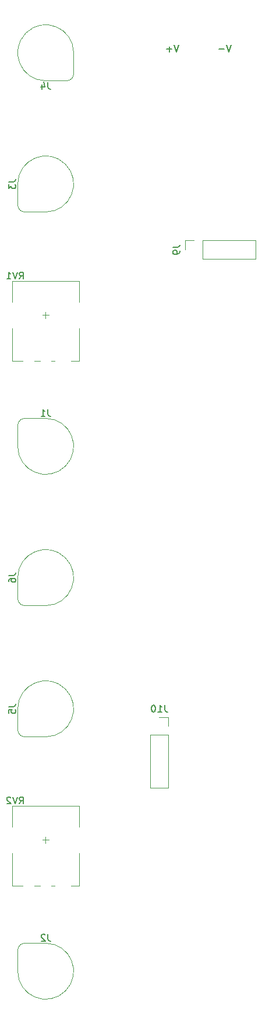
<source format=gbo>
%TF.GenerationSoftware,KiCad,Pcbnew,(6.0.6-0)*%
%TF.CreationDate,2022-09-04T11:17:28+01:00*%
%TF.ProjectId,4u-simple-integrator,34752d73-696d-4706-9c65-2d696e746567,r02*%
%TF.SameCoordinates,Original*%
%TF.FileFunction,Legend,Bot*%
%TF.FilePolarity,Positive*%
%FSLAX46Y46*%
G04 Gerber Fmt 4.6, Leading zero omitted, Abs format (unit mm)*
G04 Created by KiCad (PCBNEW (6.0.6-0)) date 2022-09-04 11:17:28*
%MOMM*%
%LPD*%
G01*
G04 APERTURE LIST*
%ADD10C,0.150000*%
%ADD11C,0.120000*%
G04 APERTURE END LIST*
D10*
%TO.C,J11*%
X124777380Y-40112370D02*
X124444047Y-41112370D01*
X124110714Y-40112370D01*
X123777380Y-40731418D02*
X123015476Y-40731418D01*
X123396428Y-41112370D02*
X123396428Y-40350466D01*
X132397380Y-40112370D02*
X132064047Y-41112370D01*
X131730714Y-40112370D01*
X131397380Y-40731418D02*
X130635476Y-40731418D01*
%TO.C,J1*%
X105743333Y-93051380D02*
X105743333Y-93765666D01*
X105790952Y-93908523D01*
X105886190Y-94003761D01*
X106029047Y-94051380D01*
X106124285Y-94051380D01*
X104743333Y-94051380D02*
X105314761Y-94051380D01*
X105029047Y-94051380D02*
X105029047Y-93051380D01*
X105124285Y-93194238D01*
X105219523Y-93289476D01*
X105314761Y-93337095D01*
%TO.C,J4*%
X105743333Y-45553380D02*
X105743333Y-46267666D01*
X105790952Y-46410523D01*
X105886190Y-46505761D01*
X106029047Y-46553380D01*
X106124285Y-46553380D01*
X104838571Y-45886714D02*
X104838571Y-46553380D01*
X105076666Y-45505761D02*
X105314761Y-46220047D01*
X104695714Y-46220047D01*
%TO.C,J3*%
X100036380Y-59991666D02*
X100750666Y-59991666D01*
X100893523Y-59944047D01*
X100988761Y-59848809D01*
X101036380Y-59705952D01*
X101036380Y-59610714D01*
X100036380Y-60372619D02*
X100036380Y-60991666D01*
X100417333Y-60658333D01*
X100417333Y-60801190D01*
X100464952Y-60896428D01*
X100512571Y-60944047D01*
X100607809Y-60991666D01*
X100845904Y-60991666D01*
X100941142Y-60944047D01*
X100988761Y-60896428D01*
X101036380Y-60801190D01*
X101036380Y-60515476D01*
X100988761Y-60420238D01*
X100941142Y-60372619D01*
%TO.C,J10*%
X122729523Y-135977380D02*
X122729523Y-136691666D01*
X122777142Y-136834523D01*
X122872380Y-136929761D01*
X123015238Y-136977380D01*
X123110476Y-136977380D01*
X121729523Y-136977380D02*
X122300952Y-136977380D01*
X122015238Y-136977380D02*
X122015238Y-135977380D01*
X122110476Y-136120238D01*
X122205714Y-136215476D01*
X122300952Y-136263095D01*
X121110476Y-135977380D02*
X121015238Y-135977380D01*
X120920000Y-136025000D01*
X120872380Y-136072619D01*
X120824761Y-136167857D01*
X120777142Y-136358333D01*
X120777142Y-136596428D01*
X120824761Y-136786904D01*
X120872380Y-136882142D01*
X120920000Y-136929761D01*
X121015238Y-136977380D01*
X121110476Y-136977380D01*
X121205714Y-136929761D01*
X121253333Y-136882142D01*
X121300952Y-136786904D01*
X121348571Y-136596428D01*
X121348571Y-136358333D01*
X121300952Y-136167857D01*
X121253333Y-136072619D01*
X121205714Y-136025000D01*
X121110476Y-135977380D01*
%TO.C,RV2*%
X101560238Y-150312380D02*
X101893571Y-149836190D01*
X102131666Y-150312380D02*
X102131666Y-149312380D01*
X101750714Y-149312380D01*
X101655476Y-149360000D01*
X101607857Y-149407619D01*
X101560238Y-149502857D01*
X101560238Y-149645714D01*
X101607857Y-149740952D01*
X101655476Y-149788571D01*
X101750714Y-149836190D01*
X102131666Y-149836190D01*
X101274523Y-149312380D02*
X100941190Y-150312380D01*
X100607857Y-149312380D01*
X100322142Y-149407619D02*
X100274523Y-149360000D01*
X100179285Y-149312380D01*
X99941190Y-149312380D01*
X99845952Y-149360000D01*
X99798333Y-149407619D01*
X99750714Y-149502857D01*
X99750714Y-149598095D01*
X99798333Y-149740952D01*
X100369761Y-150312380D01*
X99750714Y-150312380D01*
%TO.C,RV1*%
X101560238Y-74112380D02*
X101893571Y-73636190D01*
X102131666Y-74112380D02*
X102131666Y-73112380D01*
X101750714Y-73112380D01*
X101655476Y-73160000D01*
X101607857Y-73207619D01*
X101560238Y-73302857D01*
X101560238Y-73445714D01*
X101607857Y-73540952D01*
X101655476Y-73588571D01*
X101750714Y-73636190D01*
X102131666Y-73636190D01*
X101274523Y-73112380D02*
X100941190Y-74112380D01*
X100607857Y-73112380D01*
X99750714Y-74112380D02*
X100322142Y-74112380D01*
X100036428Y-74112380D02*
X100036428Y-73112380D01*
X100131666Y-73255238D01*
X100226904Y-73350476D01*
X100322142Y-73398095D01*
%TO.C,J9*%
X123902380Y-69516666D02*
X124616666Y-69516666D01*
X124759523Y-69469047D01*
X124854761Y-69373809D01*
X124902380Y-69230952D01*
X124902380Y-69135714D01*
X124902380Y-70040476D02*
X124902380Y-70230952D01*
X124854761Y-70326190D01*
X124807142Y-70373809D01*
X124664285Y-70469047D01*
X124473809Y-70516666D01*
X124092857Y-70516666D01*
X123997619Y-70469047D01*
X123950000Y-70421428D01*
X123902380Y-70326190D01*
X123902380Y-70135714D01*
X123950000Y-70040476D01*
X123997619Y-69992857D01*
X124092857Y-69945238D01*
X124330952Y-69945238D01*
X124426190Y-69992857D01*
X124473809Y-70040476D01*
X124521428Y-70135714D01*
X124521428Y-70326190D01*
X124473809Y-70421428D01*
X124426190Y-70469047D01*
X124330952Y-70516666D01*
%TO.C,J5*%
X100036380Y-136191666D02*
X100750666Y-136191666D01*
X100893523Y-136144047D01*
X100988761Y-136048809D01*
X101036380Y-135905952D01*
X101036380Y-135810714D01*
X100036380Y-137144047D02*
X100036380Y-136667857D01*
X100512571Y-136620238D01*
X100464952Y-136667857D01*
X100417333Y-136763095D01*
X100417333Y-137001190D01*
X100464952Y-137096428D01*
X100512571Y-137144047D01*
X100607809Y-137191666D01*
X100845904Y-137191666D01*
X100941142Y-137144047D01*
X100988761Y-137096428D01*
X101036380Y-137001190D01*
X101036380Y-136763095D01*
X100988761Y-136667857D01*
X100941142Y-136620238D01*
%TO.C,J6*%
X100036380Y-117141666D02*
X100750666Y-117141666D01*
X100893523Y-117094047D01*
X100988761Y-116998809D01*
X101036380Y-116855952D01*
X101036380Y-116760714D01*
X100036380Y-118046428D02*
X100036380Y-117855952D01*
X100084000Y-117760714D01*
X100131619Y-117713095D01*
X100274476Y-117617857D01*
X100464952Y-117570238D01*
X100845904Y-117570238D01*
X100941142Y-117617857D01*
X100988761Y-117665476D01*
X101036380Y-117760714D01*
X101036380Y-117951190D01*
X100988761Y-118046428D01*
X100941142Y-118094047D01*
X100845904Y-118141666D01*
X100607809Y-118141666D01*
X100512571Y-118094047D01*
X100464952Y-118046428D01*
X100417333Y-117951190D01*
X100417333Y-117760714D01*
X100464952Y-117665476D01*
X100512571Y-117617857D01*
X100607809Y-117570238D01*
%TO.C,J2*%
X105743333Y-169251380D02*
X105743333Y-169965666D01*
X105790952Y-170108523D01*
X105886190Y-170203761D01*
X106029047Y-170251380D01*
X106124285Y-170251380D01*
X105314761Y-169346619D02*
X105267142Y-169299000D01*
X105171904Y-169251380D01*
X104933809Y-169251380D01*
X104838571Y-169299000D01*
X104790952Y-169346619D01*
X104743333Y-169441857D01*
X104743333Y-169537095D01*
X104790952Y-169679952D01*
X105362380Y-170251380D01*
X104743333Y-170251380D01*
D11*
%TO.C,J1*%
X105410000Y-94361000D02*
X102362000Y-94361000D01*
X101346000Y-95377000D02*
X101346000Y-98425000D01*
X101346000Y-98425000D02*
G75*
G03*
X105410000Y-94361000I4064000J0D01*
G01*
X102362000Y-94361000D02*
G75*
G03*
X101346000Y-95377000I0J-1016000D01*
G01*
%TO.C,J4*%
X105410000Y-45339000D02*
X108458000Y-45339000D01*
X109474000Y-44323000D02*
X109474000Y-41275000D01*
X108458000Y-45339000D02*
G75*
G03*
X109474000Y-44323000I0J1016000D01*
G01*
X109474000Y-41275000D02*
G75*
G03*
X105410000Y-45339000I-4064000J0D01*
G01*
%TO.C,J3*%
X102362000Y-64389000D02*
X105410000Y-64389000D01*
X101346000Y-60325000D02*
X101346000Y-63373000D01*
X105410000Y-64389000D02*
G75*
G03*
X101346000Y-60325000I0J4064000D01*
G01*
X101346000Y-63373000D02*
G75*
G03*
X102362000Y-64389000I1016000J0D01*
G01*
%TO.C,J10*%
X120590000Y-140335000D02*
X120590000Y-148015000D01*
X123250000Y-139065000D02*
X123250000Y-137735000D01*
X123250000Y-148015000D02*
X120590000Y-148015000D01*
X123250000Y-140335000D02*
X120590000Y-140335000D01*
X123250000Y-137735000D02*
X121920000Y-137735000D01*
X123250000Y-140335000D02*
X123250000Y-148015000D01*
%TO.C,RV2*%
X105410000Y-155075000D02*
X105410000Y-156075000D01*
X100540000Y-162195000D02*
X100540000Y-157475000D01*
X105910000Y-155575000D02*
X104910000Y-155575000D01*
X106200000Y-162195000D02*
X106730000Y-162195000D01*
X100540000Y-153665000D02*
X100540000Y-150605000D01*
X100540000Y-150605000D02*
X110280000Y-150605000D01*
X110290000Y-162195000D02*
X110290000Y-157475000D01*
X109100000Y-162195000D02*
X110280000Y-162195000D01*
X100540000Y-162195000D02*
X102030000Y-162195000D01*
X103750000Y-162195000D02*
X104580000Y-162195000D01*
X110280000Y-153665000D02*
X110280000Y-150605000D01*
%TO.C,RV1*%
X105410000Y-78875000D02*
X105410000Y-79875000D01*
X105910000Y-79375000D02*
X104910000Y-79375000D01*
X100540000Y-85995000D02*
X100540000Y-81275000D01*
X106200000Y-85995000D02*
X106730000Y-85995000D01*
X110280000Y-77465000D02*
X110280000Y-74405000D01*
X100540000Y-77465000D02*
X100540000Y-74405000D01*
X103750000Y-85995000D02*
X104580000Y-85995000D01*
X100540000Y-74405000D02*
X110280000Y-74405000D01*
X100540000Y-85995000D02*
X102030000Y-85995000D01*
X109100000Y-85995000D02*
X110280000Y-85995000D01*
X110290000Y-85995000D02*
X110290000Y-81275000D01*
%TO.C,J9*%
X127000000Y-68520000D02*
X125670000Y-68520000D01*
X128270000Y-68520000D02*
X135950000Y-68520000D01*
X128270000Y-68520000D02*
X128270000Y-71180000D01*
X128270000Y-71180000D02*
X135950000Y-71180000D01*
X125670000Y-68520000D02*
X125670000Y-69850000D01*
X135950000Y-68520000D02*
X135950000Y-71180000D01*
%TO.C,J5*%
X101346000Y-136525000D02*
X101346000Y-139573000D01*
X102362000Y-140589000D02*
X105410000Y-140589000D01*
X101346000Y-139573000D02*
G75*
G03*
X102362000Y-140589000I1016000J0D01*
G01*
X105410000Y-140589000D02*
G75*
G03*
X101346000Y-136525000I0J4064000D01*
G01*
%TO.C,J6*%
X101346000Y-117475000D02*
X101346000Y-120523000D01*
X102362000Y-121539000D02*
X105410000Y-121539000D01*
X101346000Y-120523000D02*
G75*
G03*
X102362000Y-121539000I1016000J0D01*
G01*
X105410000Y-121539000D02*
G75*
G03*
X101346000Y-117475000I0J4064000D01*
G01*
%TO.C,J2*%
X101346000Y-171577000D02*
X101346000Y-174625000D01*
X105410000Y-170561000D02*
X102362000Y-170561000D01*
X101346000Y-174625000D02*
G75*
G03*
X105410000Y-170561000I4064000J0D01*
G01*
X102362000Y-170561000D02*
G75*
G03*
X101346000Y-171577000I0J-1016000D01*
G01*
%TD*%
M02*

</source>
